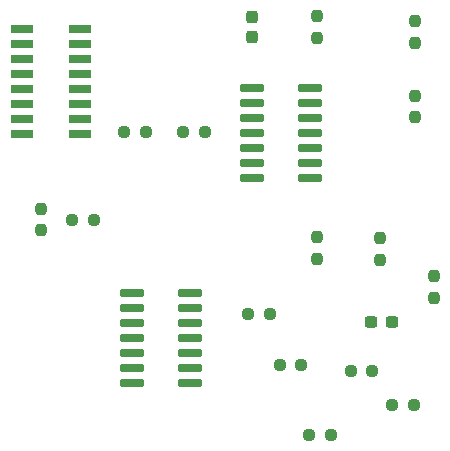
<source format=gtp>
%TF.GenerationSoftware,KiCad,Pcbnew,(6.0.7)*%
%TF.CreationDate,2023-02-07T21:03:53+01:00*%
%TF.ProjectId,002 ardu ino shield,30303220-6172-4647-9520-696e6f207368,rev?*%
%TF.SameCoordinates,Original*%
%TF.FileFunction,Paste,Top*%
%TF.FilePolarity,Positive*%
%FSLAX46Y46*%
G04 Gerber Fmt 4.6, Leading zero omitted, Abs format (unit mm)*
G04 Created by KiCad (PCBNEW (6.0.7)) date 2023-02-07 21:03:53*
%MOMM*%
%LPD*%
G01*
G04 APERTURE LIST*
G04 Aperture macros list*
%AMRoundRect*
0 Rectangle with rounded corners*
0 $1 Rounding radius*
0 $2 $3 $4 $5 $6 $7 $8 $9 X,Y pos of 4 corners*
0 Add a 4 corners polygon primitive as box body*
4,1,4,$2,$3,$4,$5,$6,$7,$8,$9,$2,$3,0*
0 Add four circle primitives for the rounded corners*
1,1,$1+$1,$2,$3*
1,1,$1+$1,$4,$5*
1,1,$1+$1,$6,$7*
1,1,$1+$1,$8,$9*
0 Add four rect primitives between the rounded corners*
20,1,$1+$1,$2,$3,$4,$5,0*
20,1,$1+$1,$4,$5,$6,$7,0*
20,1,$1+$1,$6,$7,$8,$9,0*
20,1,$1+$1,$8,$9,$2,$3,0*%
G04 Aperture macros list end*
%ADD10RoundRect,0.237500X-0.250000X-0.237500X0.250000X-0.237500X0.250000X0.237500X-0.250000X0.237500X0*%
%ADD11RoundRect,0.042000X-0.908000X-0.258000X0.908000X-0.258000X0.908000X0.258000X-0.908000X0.258000X0*%
%ADD12RoundRect,0.042000X-0.943000X-0.258000X0.943000X-0.258000X0.943000X0.258000X-0.943000X0.258000X0*%
%ADD13RoundRect,0.237500X0.237500X-0.250000X0.237500X0.250000X-0.237500X0.250000X-0.237500X-0.250000X0*%
%ADD14RoundRect,0.237500X0.250000X0.237500X-0.250000X0.237500X-0.250000X-0.237500X0.250000X-0.237500X0*%
%ADD15RoundRect,0.237500X0.237500X-0.300000X0.237500X0.300000X-0.237500X0.300000X-0.237500X-0.300000X0*%
%ADD16RoundRect,0.237500X-0.237500X0.250000X-0.237500X-0.250000X0.237500X-0.250000X0.237500X0.250000X0*%
%ADD17RoundRect,0.237500X0.300000X0.237500X-0.300000X0.237500X-0.300000X-0.237500X0.300000X-0.237500X0*%
G04 APERTURE END LIST*
D10*
X154387500Y-88400000D03*
X156212500Y-88400000D03*
D11*
X123045000Y-56555000D03*
X123045000Y-57825000D03*
X123045000Y-59095000D03*
X123045000Y-60365000D03*
X123045000Y-61635000D03*
X123045000Y-62905000D03*
X123045000Y-64175000D03*
X123045000Y-65445000D03*
X127955000Y-65445000D03*
X127955000Y-64175000D03*
X127955000Y-62905000D03*
X127955000Y-61635000D03*
X127955000Y-60365000D03*
X127955000Y-59095000D03*
X127955000Y-57825000D03*
X127955000Y-56555000D03*
D12*
X132325000Y-78890000D03*
X132325000Y-80160000D03*
X132325000Y-81430000D03*
X132325000Y-82700000D03*
X132325000Y-83970000D03*
X132325000Y-85240000D03*
X132325000Y-86510000D03*
X137275000Y-86510000D03*
X137275000Y-85240000D03*
X137275000Y-83970000D03*
X137275000Y-82700000D03*
X137275000Y-81430000D03*
X137275000Y-80160000D03*
X137275000Y-78890000D03*
D13*
X153400000Y-76112500D03*
X153400000Y-74287500D03*
D14*
X133512500Y-65300000D03*
X131687500Y-65300000D03*
D13*
X157900000Y-79312500D03*
X157900000Y-77487500D03*
D15*
X142500000Y-57262500D03*
X142500000Y-55537500D03*
D13*
X124700000Y-73612500D03*
X124700000Y-71787500D03*
D10*
X127287500Y-72700000D03*
X129112500Y-72700000D03*
D12*
X142525000Y-61590000D03*
X142525000Y-62860000D03*
X142525000Y-64130000D03*
X142525000Y-65400000D03*
X142525000Y-66670000D03*
X142525000Y-67940000D03*
X142525000Y-69210000D03*
X147475000Y-69210000D03*
X147475000Y-67940000D03*
X147475000Y-66670000D03*
X147475000Y-65400000D03*
X147475000Y-64130000D03*
X147475000Y-62860000D03*
X147475000Y-61590000D03*
D13*
X148000000Y-57312500D03*
X148000000Y-55487500D03*
D14*
X152712500Y-85500000D03*
X150887500Y-85500000D03*
D16*
X148000000Y-74187500D03*
X148000000Y-76012500D03*
D17*
X154362500Y-81400000D03*
X152637500Y-81400000D03*
D14*
X146712500Y-85000000D03*
X144887500Y-85000000D03*
X138512500Y-65300000D03*
X136687500Y-65300000D03*
D13*
X156300000Y-64012500D03*
X156300000Y-62187500D03*
D16*
X156300000Y-55887500D03*
X156300000Y-57712500D03*
D10*
X147387500Y-90900000D03*
X149212500Y-90900000D03*
X142187500Y-80700000D03*
X144012500Y-80700000D03*
M02*

</source>
